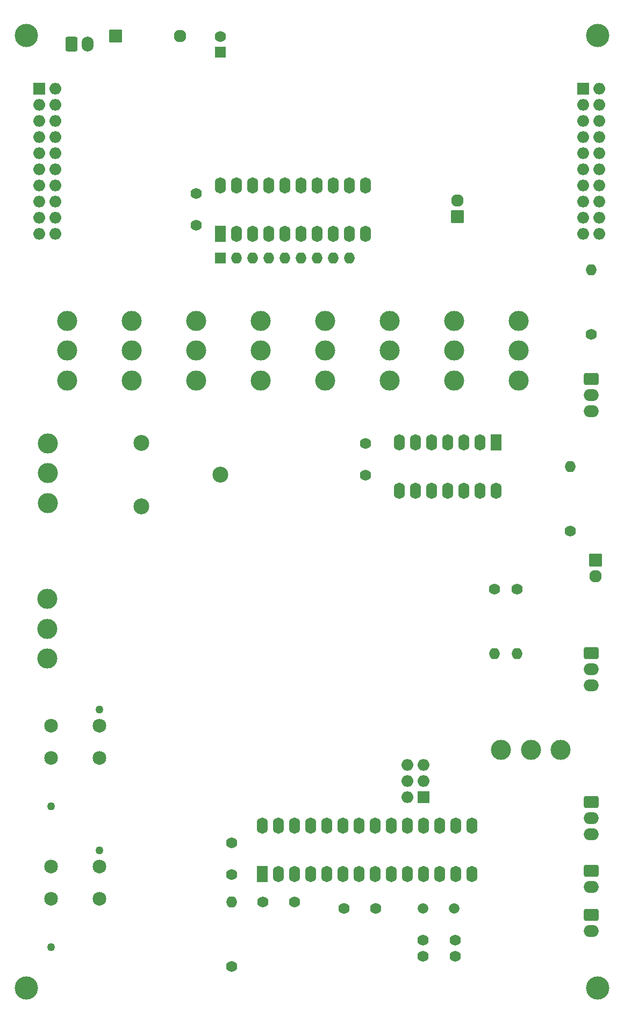
<source format=gts>
G04 #@! TF.GenerationSoftware,KiCad,Pcbnew,7.0.5*
G04 #@! TF.CreationDate,2023-06-10T14:41:30+02:00*
G04 #@! TF.ProjectId,EinTaktReset,45696e54-616b-4745-9265-7365742e6b69,rev?*
G04 #@! TF.SameCoordinates,Original*
G04 #@! TF.FileFunction,Soldermask,Top*
G04 #@! TF.FilePolarity,Negative*
%FSLAX46Y46*%
G04 Gerber Fmt 4.6, Leading zero omitted, Abs format (unit mm)*
G04 Created by KiCad (PCBNEW 7.0.5) date 2023-06-10 14:41:30*
%MOMM*%
%LPD*%
G01*
G04 APERTURE LIST*
G04 Aperture macros list*
%AMRoundRect*
0 Rectangle with rounded corners*
0 $1 Rounding radius*
0 $2 $3 $4 $5 $6 $7 $8 $9 X,Y pos of 4 corners*
0 Add a 4 corners polygon primitive as box body*
4,1,4,$2,$3,$4,$5,$6,$7,$8,$9,$2,$3,0*
0 Add four circle primitives for the rounded corners*
1,1,$1+$1,$2,$3*
1,1,$1+$1,$4,$5*
1,1,$1+$1,$6,$7*
1,1,$1+$1,$8,$9*
0 Add four rect primitives between the rounded corners*
20,1,$1+$1,$2,$3,$4,$5,0*
20,1,$1+$1,$4,$5,$6,$7,0*
20,1,$1+$1,$6,$7,$8,$9,0*
20,1,$1+$1,$8,$9,$2,$3,0*%
G04 Aperture macros list end*
%ADD10RoundRect,0.080000X0.800000X-1.200000X0.800000X1.200000X-0.800000X1.200000X-0.800000X-1.200000X0*%
%ADD11O,1.760000X2.560000*%
%ADD12RoundRect,0.080000X-0.800000X-0.800000X0.800000X-0.800000X0.800000X0.800000X-0.800000X0.800000X0*%
%ADD13O,1.760000X1.760000*%
%ADD14C,1.760000*%
%ADD15RoundRect,0.080000X0.900000X-0.900000X0.900000X0.900000X-0.900000X0.900000X-0.900000X-0.900000X0*%
%ADD16C,1.960000*%
%ADD17RoundRect,0.080000X-0.900000X0.900000X-0.900000X-0.900000X0.900000X-0.900000X0.900000X0.900000X0*%
%ADD18C,3.157200*%
%ADD19RoundRect,0.080000X-0.850000X-0.850000X0.850000X-0.850000X0.850000X0.850000X-0.850000X0.850000X0*%
%ADD20O,1.860000X1.860000*%
%ADD21RoundRect,0.080000X0.800000X-0.800000X0.800000X0.800000X-0.800000X0.800000X-0.800000X-0.800000X0*%
%ADD22RoundRect,0.329999X-0.620001X-0.845001X0.620001X-0.845001X0.620001X0.845001X-0.620001X0.845001X0*%
%ADD23O,1.900000X2.350000*%
%ADD24RoundRect,0.329999X-0.845001X0.620001X-0.845001X-0.620001X0.845001X-0.620001X0.845001X0.620001X0*%
%ADD25O,2.350000X1.900000*%
%ADD26C,2.160000*%
%ADD27C,1.260000*%
%ADD28C,3.660000*%
%ADD29RoundRect,0.080000X-0.800000X1.200000X-0.800000X-1.200000X0.800000X-1.200000X0.800000X1.200000X0*%
%ADD30RoundRect,0.080000X-0.900000X-0.900000X0.900000X-0.900000X0.900000X0.900000X-0.900000X0.900000X0*%
%ADD31O,1.960000X1.960000*%
%ADD32RoundRect,0.080000X0.850000X0.850000X-0.850000X0.850000X-0.850000X-0.850000X0.850000X-0.850000X0*%
%ADD33C,1.660000*%
%ADD34C,2.500000*%
G04 APERTURE END LIST*
D10*
X73660000Y-59055000D03*
D11*
X76200000Y-59055000D03*
X78740000Y-59055000D03*
X81280000Y-59055000D03*
X83820000Y-59055000D03*
X86360000Y-59055000D03*
X88900000Y-59055000D03*
X91440000Y-59055000D03*
X93980000Y-59055000D03*
X96520000Y-59055000D03*
X96520000Y-51435000D03*
X93980000Y-51435000D03*
X91440000Y-51435000D03*
X88900000Y-51435000D03*
X86360000Y-51435000D03*
X83820000Y-51435000D03*
X81280000Y-51435000D03*
X78740000Y-51435000D03*
X76200000Y-51435000D03*
X73660000Y-51435000D03*
D12*
X73660000Y-62865000D03*
D13*
X76200000Y-62865000D03*
X78740000Y-62865000D03*
X81280000Y-62865000D03*
X83820000Y-62865000D03*
X86360000Y-62865000D03*
X88900000Y-62865000D03*
X91440000Y-62865000D03*
X93980000Y-62865000D03*
D14*
X128778000Y-105918000D03*
D13*
X128778000Y-95758000D03*
D14*
X116840000Y-115062000D03*
D13*
X116840000Y-125222000D03*
D15*
X110998000Y-56388000D03*
D16*
X110998000Y-53848000D03*
D17*
X132715000Y-110490000D03*
D16*
X132715000Y-113030000D03*
D18*
X49530000Y-72771000D03*
X49530000Y-77470000D03*
X49530000Y-82169000D03*
X80010000Y-72771000D03*
X80010000Y-77470000D03*
X80010000Y-82169000D03*
X90170000Y-72771000D03*
X90170000Y-77470000D03*
X90170000Y-82169000D03*
X100330000Y-72771000D03*
X100330000Y-77470000D03*
X100330000Y-82169000D03*
X110490000Y-72771000D03*
X110490000Y-77470000D03*
X110490000Y-82169000D03*
X120650000Y-72771000D03*
X120650000Y-77470000D03*
X120650000Y-82169000D03*
D14*
X93100000Y-165360000D03*
X98100000Y-165360000D03*
X69850000Y-52705000D03*
X69850000Y-57705000D03*
X132080000Y-74930000D03*
D13*
X132080000Y-64770000D03*
D19*
X45085000Y-36195000D03*
D20*
X47625000Y-36195000D03*
X45085000Y-38735000D03*
X47625000Y-38735000D03*
X45085000Y-41275000D03*
X47625000Y-41275000D03*
X45085000Y-43815000D03*
X47625000Y-43815000D03*
X45085000Y-46355000D03*
X47625000Y-46355000D03*
X45085000Y-48895000D03*
X47625000Y-48895000D03*
X45085000Y-51435000D03*
X47625000Y-51435000D03*
X45085000Y-53975000D03*
X47625000Y-53975000D03*
X45085000Y-56515000D03*
X47625000Y-56515000D03*
X45085000Y-59055000D03*
X47625000Y-59055000D03*
D19*
X130810000Y-36195000D03*
D20*
X133350000Y-36195000D03*
X130810000Y-38735000D03*
X133350000Y-38735000D03*
X130810000Y-41275000D03*
X133350000Y-41275000D03*
X130810000Y-43815000D03*
X133350000Y-43815000D03*
X130810000Y-46355000D03*
X133350000Y-46355000D03*
X130810000Y-48895000D03*
X133350000Y-48895000D03*
X130810000Y-51435000D03*
X133350000Y-51435000D03*
X130810000Y-53975000D03*
X133350000Y-53975000D03*
X130810000Y-56515000D03*
X133350000Y-56515000D03*
X130810000Y-59055000D03*
X133350000Y-59055000D03*
D14*
X120396000Y-115062000D03*
D13*
X120396000Y-125222000D03*
D21*
X73660000Y-30480000D03*
D14*
X73660000Y-27980000D03*
D22*
X50165000Y-29210000D03*
D23*
X52705000Y-29210000D03*
D24*
X132080000Y-159385000D03*
D25*
X132080000Y-161925000D03*
D24*
X132080000Y-166370000D03*
D25*
X132080000Y-168910000D03*
D26*
X46990000Y-163830000D03*
X54610000Y-163830000D03*
X54610000Y-158750000D03*
X46990000Y-158750000D03*
D27*
X46990000Y-171450000D03*
X54610000Y-156210000D03*
D24*
X132080000Y-148590000D03*
D25*
X132080000Y-151130000D03*
X132080000Y-153670000D03*
D24*
X132080000Y-81915000D03*
D25*
X132080000Y-84455000D03*
X132080000Y-86995000D03*
D24*
X132080000Y-125095000D03*
D25*
X132080000Y-127635000D03*
X132080000Y-130175000D03*
D28*
X43100000Y-27860000D03*
X43100000Y-177860000D03*
X133100000Y-27860000D03*
X133100000Y-177860000D03*
D14*
X75438000Y-159980000D03*
X75438000Y-154980000D03*
D29*
X117094000Y-91948000D03*
D11*
X114554000Y-91948000D03*
X112014000Y-91948000D03*
X109474000Y-91948000D03*
X106934000Y-91948000D03*
X104394000Y-91948000D03*
X101854000Y-91948000D03*
X101854000Y-99568000D03*
X104394000Y-99568000D03*
X106934000Y-99568000D03*
X109474000Y-99568000D03*
X112014000Y-99568000D03*
X114554000Y-99568000D03*
X117094000Y-99568000D03*
D26*
X46990000Y-141605000D03*
X54610000Y-141605000D03*
X54610000Y-136525000D03*
X46990000Y-136525000D03*
D27*
X46990000Y-149225000D03*
X54610000Y-133985000D03*
D18*
X69850000Y-72771000D03*
X69850000Y-77470000D03*
X69850000Y-82169000D03*
D30*
X57150000Y-27940000D03*
D31*
X67310000Y-27940000D03*
D18*
X59690000Y-72771000D03*
X59690000Y-77470000D03*
X59690000Y-82169000D03*
X117856000Y-140335000D03*
X122555000Y-140335000D03*
X127254000Y-140335000D03*
X46355000Y-125984000D03*
X46355000Y-121285000D03*
X46355000Y-116586000D03*
D14*
X75438000Y-174498000D03*
D13*
X75438000Y-164338000D03*
D14*
X105600000Y-170360000D03*
X105600000Y-172860000D03*
D10*
X80280000Y-159940000D03*
D11*
X82820000Y-159940000D03*
X85360000Y-159940000D03*
X87900000Y-159940000D03*
X90440000Y-159940000D03*
X92980000Y-159940000D03*
X95520000Y-159940000D03*
X98060000Y-159940000D03*
X100600000Y-159940000D03*
X103140000Y-159940000D03*
X105680000Y-159940000D03*
X108220000Y-159940000D03*
X110760000Y-159940000D03*
X113300000Y-159940000D03*
X113300000Y-152320000D03*
X110760000Y-152320000D03*
X108220000Y-152320000D03*
X105680000Y-152320000D03*
X103140000Y-152320000D03*
X100600000Y-152320000D03*
X98060000Y-152320000D03*
X95520000Y-152320000D03*
X92980000Y-152320000D03*
X90440000Y-152320000D03*
X87900000Y-152320000D03*
X85360000Y-152320000D03*
X82820000Y-152320000D03*
X80280000Y-152320000D03*
D14*
X96520000Y-97075000D03*
X96520000Y-92075000D03*
D18*
X46482000Y-92075000D03*
X46482000Y-96774000D03*
X46482000Y-101473000D03*
D32*
X105669000Y-147813000D03*
D20*
X103129000Y-147813000D03*
X105669000Y-145273000D03*
X103129000Y-145273000D03*
X105669000Y-142733000D03*
X103129000Y-142733000D03*
D14*
X110600000Y-170360000D03*
X110600000Y-172860000D03*
D33*
X110480000Y-165360000D03*
X105600000Y-165360000D03*
D34*
X61160000Y-102028000D03*
X73660000Y-97028000D03*
X61160000Y-92028000D03*
D14*
X80300000Y-164338000D03*
X85300000Y-164338000D03*
M02*

</source>
